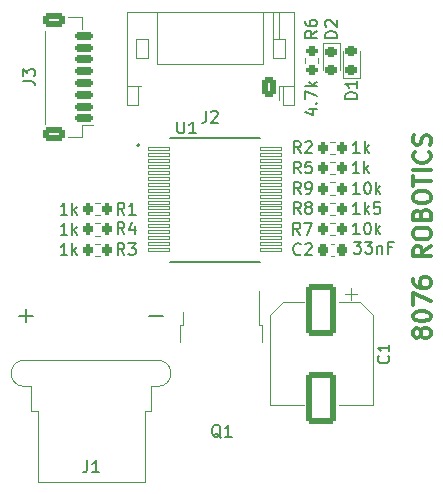
<source format=gto>
%TF.GenerationSoftware,KiCad,Pcbnew,(6.0.7-1)-1*%
%TF.CreationDate,2023-02-20T21:04:05+08:00*%
%TF.ProjectId,driver,64726976-6572-42e6-9b69-6361645f7063,1.1*%
%TF.SameCoordinates,Original*%
%TF.FileFunction,Legend,Top*%
%TF.FilePolarity,Positive*%
%FSLAX46Y46*%
G04 Gerber Fmt 4.6, Leading zero omitted, Abs format (unit mm)*
G04 Created by KiCad (PCBNEW (6.0.7-1)-1) date 2023-02-20 21:04:05*
%MOMM*%
%LPD*%
G01*
G04 APERTURE LIST*
G04 Aperture macros list*
%AMRoundRect*
0 Rectangle with rounded corners*
0 $1 Rounding radius*
0 $2 $3 $4 $5 $6 $7 $8 $9 X,Y pos of 4 corners*
0 Add a 4 corners polygon primitive as box body*
4,1,4,$2,$3,$4,$5,$6,$7,$8,$9,$2,$3,0*
0 Add four circle primitives for the rounded corners*
1,1,$1+$1,$2,$3*
1,1,$1+$1,$4,$5*
1,1,$1+$1,$6,$7*
1,1,$1+$1,$8,$9*
0 Add four rect primitives between the rounded corners*
20,1,$1+$1,$2,$3,$4,$5,0*
20,1,$1+$1,$4,$5,$6,$7,0*
20,1,$1+$1,$6,$7,$8,$9,0*
20,1,$1+$1,$8,$9,$2,$3,0*%
G04 Aperture macros list end*
%ADD10C,0.300000*%
%ADD11C,0.150000*%
%ADD12C,0.120000*%
%ADD13C,0.127000*%
%ADD14C,0.200000*%
%ADD15RoundRect,0.200000X0.200000X0.275000X-0.200000X0.275000X-0.200000X-0.275000X0.200000X-0.275000X0*%
%ADD16RoundRect,0.250000X0.350000X0.625000X-0.350000X0.625000X-0.350000X-0.625000X0.350000X-0.625000X0*%
%ADD17O,1.200000X1.750000*%
%ADD18RoundRect,0.218750X-0.256250X0.218750X-0.256250X-0.218750X0.256250X-0.218750X0.256250X0.218750X0*%
%ADD19RoundRect,0.014000X-0.881000X-0.161000X0.881000X-0.161000X0.881000X0.161000X-0.881000X0.161000X0*%
%ADD20R,2.100000X3.250000*%
%ADD21R,0.808000X0.808000*%
%ADD22R,4.950000X3.250000*%
%ADD23RoundRect,0.200000X-0.200000X-0.275000X0.200000X-0.275000X0.200000X0.275000X-0.200000X0.275000X0*%
%ADD24C,1.400000*%
%ADD25R,3.500000X3.500000*%
%ADD26C,3.500000*%
%ADD27RoundRect,0.218750X0.256250X-0.218750X0.256250X0.218750X-0.256250X0.218750X-0.256250X-0.218750X0*%
%ADD28RoundRect,0.200000X-0.275000X0.200000X-0.275000X-0.200000X0.275000X-0.200000X0.275000X0.200000X0*%
%ADD29RoundRect,0.225000X0.225000X0.250000X-0.225000X0.250000X-0.225000X-0.250000X0.225000X-0.250000X0*%
%ADD30RoundRect,0.150000X0.625000X-0.150000X0.625000X0.150000X-0.625000X0.150000X-0.625000X-0.150000X0*%
%ADD31RoundRect,0.250000X0.650000X-0.350000X0.650000X0.350000X-0.650000X0.350000X-0.650000X-0.350000X0*%
%ADD32RoundRect,0.250000X-1.000000X1.950000X-1.000000X-1.950000X1.000000X-1.950000X1.000000X1.950000X0*%
%ADD33R,1.200000X2.200000*%
%ADD34R,5.800000X6.400000*%
G04 APERTURE END LIST*
D10*
X127821428Y-116821428D02*
X127750000Y-116964285D01*
X127678571Y-117035714D01*
X127535714Y-117107142D01*
X127464285Y-117107142D01*
X127321428Y-117035714D01*
X127250000Y-116964285D01*
X127178571Y-116821428D01*
X127178571Y-116535714D01*
X127250000Y-116392857D01*
X127321428Y-116321428D01*
X127464285Y-116249999D01*
X127535714Y-116249999D01*
X127678571Y-116321428D01*
X127750000Y-116392857D01*
X127821428Y-116535714D01*
X127821428Y-116821428D01*
X127892857Y-116964285D01*
X127964285Y-117035714D01*
X128107142Y-117107142D01*
X128392857Y-117107142D01*
X128535714Y-117035714D01*
X128607142Y-116964285D01*
X128678571Y-116821428D01*
X128678571Y-116535714D01*
X128607142Y-116392857D01*
X128535714Y-116321428D01*
X128392857Y-116249999D01*
X128107142Y-116249999D01*
X127964285Y-116321428D01*
X127892857Y-116392857D01*
X127821428Y-116535714D01*
X127178571Y-115321428D02*
X127178571Y-115178571D01*
X127250000Y-115035714D01*
X127321428Y-114964285D01*
X127464285Y-114892857D01*
X127750000Y-114821428D01*
X128107142Y-114821428D01*
X128392857Y-114892857D01*
X128535714Y-114964285D01*
X128607142Y-115035714D01*
X128678571Y-115178571D01*
X128678571Y-115321428D01*
X128607142Y-115464285D01*
X128535714Y-115535714D01*
X128392857Y-115607142D01*
X128107142Y-115678571D01*
X127750000Y-115678571D01*
X127464285Y-115607142D01*
X127321428Y-115535714D01*
X127250000Y-115464285D01*
X127178571Y-115321428D01*
X127178571Y-114321428D02*
X127178571Y-113321428D01*
X128678571Y-113964285D01*
X127178571Y-112107142D02*
X127178571Y-112392857D01*
X127250000Y-112535714D01*
X127321428Y-112607142D01*
X127535714Y-112749999D01*
X127821428Y-112821428D01*
X128392857Y-112821428D01*
X128535714Y-112749999D01*
X128607142Y-112678571D01*
X128678571Y-112535714D01*
X128678571Y-112249999D01*
X128607142Y-112107142D01*
X128535714Y-112035714D01*
X128392857Y-111964285D01*
X128035714Y-111964285D01*
X127892857Y-112035714D01*
X127821428Y-112107142D01*
X127750000Y-112249999D01*
X127750000Y-112535714D01*
X127821428Y-112678571D01*
X127892857Y-112749999D01*
X128035714Y-112821428D01*
X128678571Y-109321428D02*
X127964285Y-109821428D01*
X128678571Y-110178571D02*
X127178571Y-110178571D01*
X127178571Y-109607142D01*
X127250000Y-109464285D01*
X127321428Y-109392857D01*
X127464285Y-109321428D01*
X127678571Y-109321428D01*
X127821428Y-109392857D01*
X127892857Y-109464285D01*
X127964285Y-109607142D01*
X127964285Y-110178571D01*
X127178571Y-108392857D02*
X127178571Y-108107142D01*
X127250000Y-107964285D01*
X127392857Y-107821428D01*
X127678571Y-107750000D01*
X128178571Y-107750000D01*
X128464285Y-107821428D01*
X128607142Y-107964285D01*
X128678571Y-108107142D01*
X128678571Y-108392857D01*
X128607142Y-108535714D01*
X128464285Y-108678571D01*
X128178571Y-108750000D01*
X127678571Y-108750000D01*
X127392857Y-108678571D01*
X127250000Y-108535714D01*
X127178571Y-108392857D01*
X127892857Y-106607142D02*
X127964285Y-106392857D01*
X128035714Y-106321428D01*
X128178571Y-106250000D01*
X128392857Y-106250000D01*
X128535714Y-106321428D01*
X128607142Y-106392857D01*
X128678571Y-106535714D01*
X128678571Y-107107142D01*
X127178571Y-107107142D01*
X127178571Y-106607142D01*
X127250000Y-106464285D01*
X127321428Y-106392857D01*
X127464285Y-106321428D01*
X127607142Y-106321428D01*
X127750000Y-106392857D01*
X127821428Y-106464285D01*
X127892857Y-106607142D01*
X127892857Y-107107142D01*
X127178571Y-105321428D02*
X127178571Y-105035714D01*
X127250000Y-104892857D01*
X127392857Y-104750000D01*
X127678571Y-104678571D01*
X128178571Y-104678571D01*
X128464285Y-104750000D01*
X128607142Y-104892857D01*
X128678571Y-105035714D01*
X128678571Y-105321428D01*
X128607142Y-105464285D01*
X128464285Y-105607142D01*
X128178571Y-105678571D01*
X127678571Y-105678571D01*
X127392857Y-105607142D01*
X127250000Y-105464285D01*
X127178571Y-105321428D01*
X127178571Y-104250000D02*
X127178571Y-103392857D01*
X128678571Y-103821428D02*
X127178571Y-103821428D01*
X128678571Y-102892857D02*
X127178571Y-102892857D01*
X128535714Y-101321428D02*
X128607142Y-101392857D01*
X128678571Y-101607142D01*
X128678571Y-101750000D01*
X128607142Y-101964285D01*
X128464285Y-102107142D01*
X128321428Y-102178571D01*
X128035714Y-102250000D01*
X127821428Y-102250000D01*
X127535714Y-102178571D01*
X127392857Y-102107142D01*
X127250000Y-101964285D01*
X127178571Y-101750000D01*
X127178571Y-101607142D01*
X127250000Y-101392857D01*
X127321428Y-101321428D01*
X128607142Y-100750000D02*
X128678571Y-100535714D01*
X128678571Y-100178571D01*
X128607142Y-100035714D01*
X128535714Y-99964285D01*
X128392857Y-99892857D01*
X128250000Y-99892857D01*
X128107142Y-99964285D01*
X128035714Y-100035714D01*
X127964285Y-100178571D01*
X127892857Y-100464285D01*
X127821428Y-100607142D01*
X127750000Y-100678571D01*
X127607142Y-100750000D01*
X127464285Y-100750000D01*
X127321428Y-100678571D01*
X127250000Y-100607142D01*
X127178571Y-100464285D01*
X127178571Y-100107142D01*
X127250000Y-99892857D01*
D11*
X117664033Y-106591330D02*
X117330700Y-106115140D01*
X117092604Y-106591330D02*
X117092604Y-105591330D01*
X117473557Y-105591330D01*
X117568795Y-105638950D01*
X117616414Y-105686569D01*
X117664033Y-105781807D01*
X117664033Y-105924664D01*
X117616414Y-106019902D01*
X117568795Y-106067521D01*
X117473557Y-106115140D01*
X117092604Y-106115140D01*
X118235461Y-106019902D02*
X118140223Y-105972283D01*
X118092604Y-105924664D01*
X118044985Y-105829426D01*
X118044985Y-105781807D01*
X118092604Y-105686569D01*
X118140223Y-105638950D01*
X118235461Y-105591330D01*
X118425938Y-105591330D01*
X118521176Y-105638950D01*
X118568795Y-105686569D01*
X118616414Y-105781807D01*
X118616414Y-105829426D01*
X118568795Y-105924664D01*
X118521176Y-105972283D01*
X118425938Y-106019902D01*
X118235461Y-106019902D01*
X118140223Y-106067521D01*
X118092604Y-106115140D01*
X118044985Y-106210378D01*
X118044985Y-106400854D01*
X118092604Y-106496092D01*
X118140223Y-106543711D01*
X118235461Y-106591330D01*
X118425938Y-106591330D01*
X118521176Y-106543711D01*
X118568795Y-106496092D01*
X118616414Y-106400854D01*
X118616414Y-106210378D01*
X118568795Y-106115140D01*
X118521176Y-106067521D01*
X118425938Y-106019902D01*
X122645661Y-106591330D02*
X122074233Y-106591330D01*
X122359947Y-106591330D02*
X122359947Y-105591330D01*
X122264709Y-105734188D01*
X122169471Y-105829426D01*
X122074233Y-105877045D01*
X123074233Y-106591330D02*
X123074233Y-105591330D01*
X123169471Y-106210378D02*
X123455185Y-106591330D01*
X123455185Y-105924664D02*
X123074233Y-106305616D01*
X124359947Y-105591330D02*
X123883757Y-105591330D01*
X123836138Y-106067521D01*
X123883757Y-106019902D01*
X123978995Y-105972283D01*
X124217090Y-105972283D01*
X124312328Y-106019902D01*
X124359947Y-106067521D01*
X124407566Y-106162759D01*
X124407566Y-106400854D01*
X124359947Y-106496092D01*
X124312328Y-106543711D01*
X124217090Y-106591330D01*
X123978995Y-106591330D01*
X123883757Y-106543711D01*
X123836138Y-106496092D01*
X109666666Y-97866130D02*
X109666666Y-98580416D01*
X109619047Y-98723273D01*
X109523809Y-98818511D01*
X109380952Y-98866130D01*
X109285714Y-98866130D01*
X110095238Y-97961369D02*
X110142857Y-97913750D01*
X110238095Y-97866130D01*
X110476190Y-97866130D01*
X110571428Y-97913750D01*
X110619047Y-97961369D01*
X110666666Y-98056607D01*
X110666666Y-98151845D01*
X110619047Y-98294702D01*
X110047619Y-98866130D01*
X110666666Y-98866130D01*
X120741680Y-91678245D02*
X119741680Y-91678245D01*
X119741680Y-91440150D01*
X119789300Y-91297292D01*
X119884538Y-91202054D01*
X119979776Y-91154435D01*
X120170252Y-91106816D01*
X120313109Y-91106816D01*
X120503585Y-91154435D01*
X120598823Y-91202054D01*
X120694061Y-91297292D01*
X120741680Y-91440150D01*
X120741680Y-91678245D01*
X119836919Y-90725864D02*
X119789300Y-90678245D01*
X119741680Y-90583007D01*
X119741680Y-90344911D01*
X119789300Y-90249673D01*
X119836919Y-90202054D01*
X119932157Y-90154435D01*
X120027395Y-90154435D01*
X120170252Y-90202054D01*
X120741680Y-90773483D01*
X120741680Y-90154435D01*
X102742833Y-108297530D02*
X102409500Y-107821340D01*
X102171404Y-108297530D02*
X102171404Y-107297530D01*
X102552357Y-107297530D01*
X102647595Y-107345150D01*
X102695214Y-107392769D01*
X102742833Y-107488007D01*
X102742833Y-107630864D01*
X102695214Y-107726102D01*
X102647595Y-107773721D01*
X102552357Y-107821340D01*
X102171404Y-107821340D01*
X103599976Y-107630864D02*
X103599976Y-108297530D01*
X103361880Y-107249911D02*
X103123785Y-107964197D01*
X103742833Y-107964197D01*
X97913652Y-108348330D02*
X97342223Y-108348330D01*
X97627938Y-108348330D02*
X97627938Y-107348330D01*
X97532700Y-107491188D01*
X97437461Y-107586426D01*
X97342223Y-107634045D01*
X98342223Y-108348330D02*
X98342223Y-107348330D01*
X98437461Y-107967378D02*
X98723176Y-108348330D01*
X98723176Y-107681664D02*
X98342223Y-108062616D01*
X107233095Y-98768530D02*
X107233095Y-99578054D01*
X107280714Y-99673292D01*
X107328333Y-99720911D01*
X107423571Y-99768530D01*
X107614047Y-99768530D01*
X107709285Y-99720911D01*
X107756904Y-99673292D01*
X107804523Y-99578054D01*
X107804523Y-98768530D01*
X108804523Y-99768530D02*
X108233095Y-99768530D01*
X108518809Y-99768530D02*
X108518809Y-98768530D01*
X108423571Y-98911388D01*
X108328333Y-99006626D01*
X108233095Y-99054245D01*
X102742833Y-106646530D02*
X102409500Y-106170340D01*
X102171404Y-106646530D02*
X102171404Y-105646530D01*
X102552357Y-105646530D01*
X102647595Y-105694150D01*
X102695214Y-105741769D01*
X102742833Y-105837007D01*
X102742833Y-105979864D01*
X102695214Y-106075102D01*
X102647595Y-106122721D01*
X102552357Y-106170340D01*
X102171404Y-106170340D01*
X103695214Y-106646530D02*
X103123785Y-106646530D01*
X103409500Y-106646530D02*
X103409500Y-105646530D01*
X103314261Y-105789388D01*
X103219023Y-105884626D01*
X103123785Y-105932245D01*
X97913652Y-106646530D02*
X97342223Y-106646530D01*
X97627938Y-106646530D02*
X97627938Y-105646530D01*
X97532700Y-105789388D01*
X97437461Y-105884626D01*
X97342223Y-105932245D01*
X98342223Y-106646530D02*
X98342223Y-105646530D01*
X98437461Y-106265578D02*
X98723176Y-106646530D01*
X98723176Y-105979864D02*
X98342223Y-106360816D01*
X99602366Y-127452380D02*
X99602366Y-128166666D01*
X99554747Y-128309523D01*
X99459509Y-128404761D01*
X99316652Y-128452380D01*
X99221414Y-128452380D01*
X100602366Y-128452380D02*
X100030938Y-128452380D01*
X100316652Y-128452380D02*
X100316652Y-127452380D01*
X100221414Y-127595238D01*
X100126176Y-127690476D01*
X100030938Y-127738095D01*
X93849271Y-115190892D02*
X94992128Y-115190892D01*
X94420700Y-115762321D02*
X94420700Y-114619464D01*
X104849271Y-115190892D02*
X105992128Y-115190892D01*
X102742833Y-110050130D02*
X102409500Y-109573940D01*
X102171404Y-110050130D02*
X102171404Y-109050130D01*
X102552357Y-109050130D01*
X102647595Y-109097750D01*
X102695214Y-109145369D01*
X102742833Y-109240607D01*
X102742833Y-109383464D01*
X102695214Y-109478702D01*
X102647595Y-109526321D01*
X102552357Y-109573940D01*
X102171404Y-109573940D01*
X103076166Y-109050130D02*
X103695214Y-109050130D01*
X103361880Y-109431083D01*
X103504738Y-109431083D01*
X103599976Y-109478702D01*
X103647595Y-109526321D01*
X103695214Y-109621559D01*
X103695214Y-109859654D01*
X103647595Y-109954892D01*
X103599976Y-110002511D01*
X103504738Y-110050130D01*
X103219023Y-110050130D01*
X103123785Y-110002511D01*
X103076166Y-109954892D01*
X97913652Y-110075530D02*
X97342223Y-110075530D01*
X97627938Y-110075530D02*
X97627938Y-109075530D01*
X97532700Y-109218388D01*
X97437461Y-109313626D01*
X97342223Y-109361245D01*
X98342223Y-110075530D02*
X98342223Y-109075530D01*
X98437461Y-109694578D02*
X98723176Y-110075530D01*
X98723176Y-109408864D02*
X98342223Y-109789816D01*
X122443480Y-96845245D02*
X121443480Y-96845245D01*
X121443480Y-96607150D01*
X121491100Y-96464292D01*
X121586338Y-96369054D01*
X121681576Y-96321435D01*
X121872052Y-96273816D01*
X122014909Y-96273816D01*
X122205385Y-96321435D01*
X122300623Y-96369054D01*
X122395861Y-96464292D01*
X122443480Y-96607150D01*
X122443480Y-96845245D01*
X122443480Y-95321435D02*
X122443480Y-95892864D01*
X122443480Y-95607150D02*
X121443480Y-95607150D01*
X121586338Y-95702388D01*
X121681576Y-95797626D01*
X121729195Y-95892864D01*
X117664033Y-101435130D02*
X117330700Y-100958940D01*
X117092604Y-101435130D02*
X117092604Y-100435130D01*
X117473557Y-100435130D01*
X117568795Y-100482750D01*
X117616414Y-100530369D01*
X117664033Y-100625607D01*
X117664033Y-100768464D01*
X117616414Y-100863702D01*
X117568795Y-100911321D01*
X117473557Y-100958940D01*
X117092604Y-100958940D01*
X118044985Y-100530369D02*
X118092604Y-100482750D01*
X118187842Y-100435130D01*
X118425938Y-100435130D01*
X118521176Y-100482750D01*
X118568795Y-100530369D01*
X118616414Y-100625607D01*
X118616414Y-100720845D01*
X118568795Y-100863702D01*
X117997366Y-101435130D01*
X118616414Y-101435130D01*
X122664652Y-101435130D02*
X122093223Y-101435130D01*
X122378938Y-101435130D02*
X122378938Y-100435130D01*
X122283700Y-100577988D01*
X122188461Y-100673226D01*
X122093223Y-100720845D01*
X123093223Y-101435130D02*
X123093223Y-100435130D01*
X123188461Y-101054178D02*
X123474176Y-101435130D01*
X123474176Y-100768464D02*
X123093223Y-101149416D01*
X117664033Y-104891930D02*
X117330700Y-104415740D01*
X117092604Y-104891930D02*
X117092604Y-103891930D01*
X117473557Y-103891930D01*
X117568795Y-103939550D01*
X117616414Y-103987169D01*
X117664033Y-104082407D01*
X117664033Y-104225264D01*
X117616414Y-104320502D01*
X117568795Y-104368121D01*
X117473557Y-104415740D01*
X117092604Y-104415740D01*
X118140223Y-104891930D02*
X118330700Y-104891930D01*
X118425938Y-104844311D01*
X118473557Y-104796692D01*
X118568795Y-104653835D01*
X118616414Y-104463359D01*
X118616414Y-104082407D01*
X118568795Y-103987169D01*
X118521176Y-103939550D01*
X118425938Y-103891930D01*
X118235461Y-103891930D01*
X118140223Y-103939550D01*
X118092604Y-103987169D01*
X118044985Y-104082407D01*
X118044985Y-104320502D01*
X118092604Y-104415740D01*
X118140223Y-104463359D01*
X118235461Y-104510978D01*
X118425938Y-104510978D01*
X118521176Y-104463359D01*
X118568795Y-104415740D01*
X118616414Y-104320502D01*
X122645661Y-104891930D02*
X122074233Y-104891930D01*
X122359947Y-104891930D02*
X122359947Y-103891930D01*
X122264709Y-104034788D01*
X122169471Y-104130026D01*
X122074233Y-104177645D01*
X123264709Y-103891930D02*
X123359947Y-103891930D01*
X123455185Y-103939550D01*
X123502804Y-103987169D01*
X123550423Y-104082407D01*
X123598042Y-104272883D01*
X123598042Y-104510978D01*
X123550423Y-104701454D01*
X123502804Y-104796692D01*
X123455185Y-104844311D01*
X123359947Y-104891930D01*
X123264709Y-104891930D01*
X123169471Y-104844311D01*
X123121852Y-104796692D01*
X123074233Y-104701454D01*
X123026614Y-104510978D01*
X123026614Y-104272883D01*
X123074233Y-104082407D01*
X123121852Y-103987169D01*
X123169471Y-103939550D01*
X123264709Y-103891930D01*
X124026614Y-104891930D02*
X124026614Y-103891930D01*
X124121852Y-104510978D02*
X124407566Y-104891930D01*
X124407566Y-104225264D02*
X124026614Y-104606216D01*
X117664033Y-103164730D02*
X117330700Y-102688540D01*
X117092604Y-103164730D02*
X117092604Y-102164730D01*
X117473557Y-102164730D01*
X117568795Y-102212350D01*
X117616414Y-102259969D01*
X117664033Y-102355207D01*
X117664033Y-102498064D01*
X117616414Y-102593302D01*
X117568795Y-102640921D01*
X117473557Y-102688540D01*
X117092604Y-102688540D01*
X118568795Y-102164730D02*
X118092604Y-102164730D01*
X118044985Y-102640921D01*
X118092604Y-102593302D01*
X118187842Y-102545683D01*
X118425938Y-102545683D01*
X118521176Y-102593302D01*
X118568795Y-102640921D01*
X118616414Y-102736159D01*
X118616414Y-102974254D01*
X118568795Y-103069492D01*
X118521176Y-103117111D01*
X118425938Y-103164730D01*
X118187842Y-103164730D01*
X118092604Y-103117111D01*
X118044985Y-103069492D01*
X122639252Y-103139330D02*
X122067823Y-103139330D01*
X122353538Y-103139330D02*
X122353538Y-102139330D01*
X122258300Y-102282188D01*
X122163061Y-102377426D01*
X122067823Y-102425045D01*
X123067823Y-103139330D02*
X123067823Y-102139330D01*
X123163061Y-102758378D02*
X123448776Y-103139330D01*
X123448776Y-102472664D02*
X123067823Y-102853616D01*
X119039880Y-91086816D02*
X118563690Y-91420150D01*
X119039880Y-91658245D02*
X118039880Y-91658245D01*
X118039880Y-91277292D01*
X118087500Y-91182054D01*
X118135119Y-91134435D01*
X118230357Y-91086816D01*
X118373214Y-91086816D01*
X118468452Y-91134435D01*
X118516071Y-91182054D01*
X118563690Y-91277292D01*
X118563690Y-91658245D01*
X118039880Y-90229673D02*
X118039880Y-90420150D01*
X118087500Y-90515388D01*
X118135119Y-90563007D01*
X118277976Y-90658245D01*
X118468452Y-90705864D01*
X118849404Y-90705864D01*
X118944642Y-90658245D01*
X118992261Y-90610626D01*
X119039880Y-90515388D01*
X119039880Y-90324911D01*
X118992261Y-90229673D01*
X118944642Y-90182054D01*
X118849404Y-90134435D01*
X118611309Y-90134435D01*
X118516071Y-90182054D01*
X118468452Y-90229673D01*
X118420833Y-90324911D01*
X118420833Y-90515388D01*
X118468452Y-90610626D01*
X118516071Y-90658245D01*
X118611309Y-90705864D01*
X118373214Y-97741521D02*
X119039880Y-97741521D01*
X117992261Y-97979616D02*
X118706547Y-98217711D01*
X118706547Y-97598664D01*
X118944642Y-97217711D02*
X118992261Y-97170092D01*
X119039880Y-97217711D01*
X118992261Y-97265330D01*
X118944642Y-97217711D01*
X119039880Y-97217711D01*
X118039880Y-96836759D02*
X118039880Y-96170092D01*
X119039880Y-96598664D01*
X119039880Y-95789140D02*
X118039880Y-95789140D01*
X118658928Y-95693902D02*
X119039880Y-95408188D01*
X118373214Y-95408188D02*
X118754166Y-95789140D01*
X117664033Y-109980292D02*
X117616414Y-110027911D01*
X117473557Y-110075530D01*
X117378319Y-110075530D01*
X117235461Y-110027911D01*
X117140223Y-109932673D01*
X117092604Y-109837435D01*
X117044985Y-109646959D01*
X117044985Y-109504102D01*
X117092604Y-109313626D01*
X117140223Y-109218388D01*
X117235461Y-109123150D01*
X117378319Y-109075530D01*
X117473557Y-109075530D01*
X117616414Y-109123150D01*
X117664033Y-109170769D01*
X118044985Y-109170769D02*
X118092604Y-109123150D01*
X118187842Y-109075530D01*
X118425938Y-109075530D01*
X118521176Y-109123150D01*
X118568795Y-109170769D01*
X118616414Y-109266007D01*
X118616414Y-109361245D01*
X118568795Y-109504102D01*
X117997366Y-110075530D01*
X118616414Y-110075530D01*
X122154414Y-108946530D02*
X122773462Y-108946530D01*
X122440129Y-109327483D01*
X122582986Y-109327483D01*
X122678224Y-109375102D01*
X122725843Y-109422721D01*
X122773462Y-109517959D01*
X122773462Y-109756054D01*
X122725843Y-109851292D01*
X122678224Y-109898911D01*
X122582986Y-109946530D01*
X122297271Y-109946530D01*
X122202033Y-109898911D01*
X122154414Y-109851292D01*
X123106795Y-108946530D02*
X123725843Y-108946530D01*
X123392510Y-109327483D01*
X123535367Y-109327483D01*
X123630605Y-109375102D01*
X123678224Y-109422721D01*
X123725843Y-109517959D01*
X123725843Y-109756054D01*
X123678224Y-109851292D01*
X123630605Y-109898911D01*
X123535367Y-109946530D01*
X123249652Y-109946530D01*
X123154414Y-109898911D01*
X123106795Y-109851292D01*
X124154414Y-109279864D02*
X124154414Y-109946530D01*
X124154414Y-109375102D02*
X124202033Y-109327483D01*
X124297271Y-109279864D01*
X124440129Y-109279864D01*
X124535367Y-109327483D01*
X124582986Y-109422721D01*
X124582986Y-109946530D01*
X125392510Y-109422721D02*
X125059176Y-109422721D01*
X125059176Y-109946530D02*
X125059176Y-108946530D01*
X125535367Y-108946530D01*
X94152380Y-95333333D02*
X94866666Y-95333333D01*
X95009523Y-95380952D01*
X95104761Y-95476190D01*
X95152380Y-95619047D01*
X95152380Y-95714285D01*
X94152380Y-94952380D02*
X94152380Y-94333333D01*
X94533333Y-94666666D01*
X94533333Y-94523809D01*
X94580952Y-94428571D01*
X94628571Y-94380952D01*
X94723809Y-94333333D01*
X94961904Y-94333333D01*
X95057142Y-94380952D01*
X95104761Y-94428571D01*
X95152380Y-94523809D01*
X95152380Y-94809523D01*
X95104761Y-94904761D01*
X95057142Y-94952380D01*
X125082142Y-118600416D02*
X125129761Y-118648035D01*
X125177380Y-118790892D01*
X125177380Y-118886130D01*
X125129761Y-119028988D01*
X125034523Y-119124226D01*
X124939285Y-119171845D01*
X124748809Y-119219464D01*
X124605952Y-119219464D01*
X124415476Y-119171845D01*
X124320238Y-119124226D01*
X124225000Y-119028988D01*
X124177380Y-118886130D01*
X124177380Y-118790892D01*
X124225000Y-118648035D01*
X124272619Y-118600416D01*
X125177380Y-117648035D02*
X125177380Y-118219464D01*
X125177380Y-117933750D02*
X124177380Y-117933750D01*
X124320238Y-118028988D01*
X124415476Y-118124226D01*
X124463095Y-118219464D01*
X117613233Y-108343930D02*
X117279900Y-107867740D01*
X117041804Y-108343930D02*
X117041804Y-107343930D01*
X117422757Y-107343930D01*
X117517995Y-107391550D01*
X117565614Y-107439169D01*
X117613233Y-107534407D01*
X117613233Y-107677264D01*
X117565614Y-107772502D01*
X117517995Y-107820121D01*
X117422757Y-107867740D01*
X117041804Y-107867740D01*
X117946566Y-107343930D02*
X118613233Y-107343930D01*
X118184661Y-108343930D01*
X122645661Y-108318530D02*
X122074233Y-108318530D01*
X122359947Y-108318530D02*
X122359947Y-107318530D01*
X122264709Y-107461388D01*
X122169471Y-107556626D01*
X122074233Y-107604245D01*
X123264709Y-107318530D02*
X123359947Y-107318530D01*
X123455185Y-107366150D01*
X123502804Y-107413769D01*
X123550423Y-107509007D01*
X123598042Y-107699483D01*
X123598042Y-107937578D01*
X123550423Y-108128054D01*
X123502804Y-108223292D01*
X123455185Y-108270911D01*
X123359947Y-108318530D01*
X123264709Y-108318530D01*
X123169471Y-108270911D01*
X123121852Y-108223292D01*
X123074233Y-108128054D01*
X123026614Y-107937578D01*
X123026614Y-107699483D01*
X123074233Y-107509007D01*
X123121852Y-107413769D01*
X123169471Y-107366150D01*
X123264709Y-107318530D01*
X124026614Y-108318530D02*
X124026614Y-107318530D01*
X124121852Y-107937578D02*
X124407566Y-108318530D01*
X124407566Y-107651864D02*
X124026614Y-108032816D01*
X110904761Y-125547619D02*
X110809523Y-125500000D01*
X110714285Y-125404761D01*
X110571428Y-125261904D01*
X110476190Y-125214285D01*
X110380952Y-125214285D01*
X110428571Y-125452380D02*
X110333333Y-125404761D01*
X110238095Y-125309523D01*
X110190476Y-125119047D01*
X110190476Y-124785714D01*
X110238095Y-124595238D01*
X110333333Y-124500000D01*
X110428571Y-124452380D01*
X110619047Y-124452380D01*
X110714285Y-124500000D01*
X110809523Y-124595238D01*
X110857142Y-124785714D01*
X110857142Y-125119047D01*
X110809523Y-125309523D01*
X110714285Y-125404761D01*
X110619047Y-125452380D01*
X110428571Y-125452380D01*
X111809523Y-125452380D02*
X111238095Y-125452380D01*
X111523809Y-125452380D02*
X111523809Y-124452380D01*
X111428571Y-124595238D01*
X111333333Y-124690476D01*
X111238095Y-124738095D01*
D12*
X120607958Y-105641850D02*
X120133442Y-105641850D01*
X120607958Y-106686850D02*
X120133442Y-106686850D01*
X116300000Y-91763750D02*
X115300000Y-91763750D01*
X116140000Y-97323750D02*
X117060000Y-97323750D01*
X115300000Y-91763750D02*
X115300000Y-93363750D01*
X117060000Y-89503750D02*
X102940000Y-89503750D01*
X103700000Y-91763750D02*
X104700000Y-91763750D01*
X104700000Y-91763750D02*
X104700000Y-93363750D01*
X116300000Y-93363750D02*
X116300000Y-91763750D01*
X115860000Y-95723750D02*
X116140000Y-95723750D01*
X105500000Y-93863750D02*
X105500000Y-89503750D01*
X103700000Y-93363750D02*
X103700000Y-91763750D01*
X115300000Y-93363750D02*
X116300000Y-93363750D01*
X117060000Y-95723750D02*
X116140000Y-95723750D01*
X115300000Y-91763750D02*
X115300000Y-89503750D01*
X117060000Y-97323750D02*
X117060000Y-89503750D01*
X115800000Y-91763750D02*
X115800000Y-89503750D01*
X102940000Y-97323750D02*
X103860000Y-97323750D01*
X114500000Y-89503750D02*
X114500000Y-93863750D01*
X103860000Y-97323750D02*
X103860000Y-95723750D01*
X104700000Y-93363750D02*
X103700000Y-93363750D01*
X102940000Y-89503750D02*
X102940000Y-97323750D01*
X115860000Y-95723750D02*
X115860000Y-96938750D01*
X116140000Y-95723750D02*
X116140000Y-97323750D01*
X102940000Y-95723750D02*
X103860000Y-95723750D01*
X103860000Y-95723750D02*
X104140000Y-95723750D01*
X114500000Y-93863750D02*
X105500000Y-93863750D01*
X120998900Y-94432550D02*
X120998900Y-92147550D01*
X120998900Y-92147550D02*
X119528900Y-92147550D01*
X119528900Y-92147550D02*
X119528900Y-94432550D01*
X100682958Y-108418450D02*
X100208442Y-108418450D01*
X100682958Y-107373450D02*
X100208442Y-107373450D01*
D13*
X106610000Y-110628150D02*
X114210000Y-110628150D01*
X106610000Y-100128150D02*
X114210000Y-100128150D01*
D14*
X104005000Y-100778150D02*
G75*
G03*
X104005000Y-100778150I-100000J0D01*
G01*
D12*
X100208442Y-106716650D02*
X100682958Y-106716650D01*
X100208442Y-105671650D02*
X100682958Y-105671650D01*
X104450700Y-129243750D02*
X95420700Y-129243750D01*
X104980700Y-123243750D02*
X104980700Y-121193750D01*
X94860700Y-121193750D02*
X94160700Y-121193750D01*
X104980700Y-123243750D02*
X104450700Y-123243750D01*
X95390700Y-123243750D02*
X94860700Y-123243750D01*
X105680700Y-118973750D02*
X94160700Y-118973750D01*
X94860700Y-123243750D02*
X94860700Y-121193750D01*
X95390700Y-129243750D02*
X95390700Y-123243750D01*
X105680700Y-121193750D02*
X104980700Y-121193750D01*
X104450700Y-129243750D02*
X104450700Y-123243750D01*
X105570700Y-121193750D02*
G75*
G03*
X105742429Y-118987115I-1J1110000D01*
G01*
X94270700Y-118973750D02*
G75*
G03*
X94270700Y-121193750I0J-1110000D01*
G01*
X100208442Y-109100650D02*
X100682958Y-109100650D01*
X100208442Y-110145650D02*
X100682958Y-110145650D01*
X121230700Y-95077550D02*
X122700700Y-95077550D01*
X121230700Y-92792550D02*
X121230700Y-95077550D01*
X122700700Y-95077550D02*
X122700700Y-92792550D01*
X120607958Y-100460250D02*
X120133442Y-100460250D01*
X120607958Y-101505250D02*
X120133442Y-101505250D01*
X120133442Y-103917050D02*
X120607958Y-103917050D01*
X120133442Y-104962050D02*
X120607958Y-104962050D01*
X120133442Y-102189850D02*
X120607958Y-102189850D01*
X120133442Y-103234850D02*
X120607958Y-103234850D01*
X118065000Y-93375292D02*
X118065000Y-93849808D01*
X119110000Y-93375292D02*
X119110000Y-93849808D01*
X120511280Y-110128750D02*
X120230120Y-110128750D01*
X120511280Y-109108750D02*
X120230120Y-109108750D01*
X99110000Y-100110000D02*
X99110000Y-99060000D01*
X95990000Y-98940000D02*
X95990000Y-91060000D01*
X97960000Y-100110000D02*
X99110000Y-100110000D01*
X99110000Y-89890000D02*
X99110000Y-90940000D01*
X97960000Y-89890000D02*
X99110000Y-89890000D01*
X99110000Y-99060000D02*
X100100000Y-99060000D01*
X115065000Y-115138187D02*
X115065000Y-122793750D01*
X116129437Y-114073750D02*
X117915000Y-114073750D01*
X121935000Y-112833750D02*
X121935000Y-113833750D01*
X116129437Y-114073750D02*
X115065000Y-115138187D01*
X123785000Y-122793750D02*
X120935000Y-122793750D01*
X122435000Y-113333750D02*
X121435000Y-113333750D01*
X115065000Y-122793750D02*
X117915000Y-122793750D01*
X122720563Y-114073750D02*
X123785000Y-115138187D01*
X123785000Y-115138187D02*
X123785000Y-122793750D01*
X122720563Y-114073750D02*
X120935000Y-114073750D01*
X120607958Y-108408850D02*
X120133442Y-108408850D01*
X120607958Y-107363850D02*
X120133442Y-107363850D01*
X114100700Y-115963750D02*
X114100700Y-113133750D01*
X107470700Y-117463750D02*
X107470700Y-115963750D01*
X114370700Y-115963750D02*
X114100700Y-115963750D01*
X107740700Y-115963750D02*
X107740700Y-114863750D01*
X114370700Y-117463750D02*
X114370700Y-115963750D01*
X107470700Y-115963750D02*
X107740700Y-115963750D01*
%LPC*%
D15*
X121195700Y-106164350D03*
X119545700Y-106164350D03*
D16*
X115000000Y-95863750D03*
D17*
X113000000Y-95863750D03*
X111000000Y-95863750D03*
X109000000Y-95863750D03*
X107000000Y-95863750D03*
X105000000Y-95863750D03*
D18*
X120263900Y-92845050D03*
X120263900Y-94420050D03*
D15*
X101270700Y-107895950D03*
X99620700Y-107895950D03*
D19*
X105695000Y-101128150D03*
X105695000Y-101628150D03*
X105695000Y-102128150D03*
X105695000Y-102628150D03*
X105695000Y-103128150D03*
X105695000Y-103628150D03*
X105695000Y-104128150D03*
X105695000Y-104628150D03*
X105695000Y-105128150D03*
X105695000Y-105628150D03*
X105695000Y-106128150D03*
X105695000Y-106628150D03*
X105695000Y-107128150D03*
X105695000Y-107628150D03*
X105695000Y-108128150D03*
X105695000Y-108628150D03*
X105695000Y-109128150D03*
X105695000Y-109628150D03*
X115125000Y-109628150D03*
X115125000Y-109128150D03*
X115125000Y-108628150D03*
X115125000Y-108128150D03*
X115125000Y-107628150D03*
X115125000Y-107128150D03*
X115125000Y-106628150D03*
X115125000Y-106128150D03*
X115125000Y-105628150D03*
X115125000Y-105128150D03*
X115125000Y-104628150D03*
X115125000Y-104128150D03*
X115125000Y-103628150D03*
X115125000Y-103128150D03*
X115125000Y-102628150D03*
X115125000Y-102128150D03*
X115125000Y-101628150D03*
X115125000Y-101128150D03*
D20*
X111860000Y-103353150D03*
D21*
X112385000Y-104436150D03*
X111335000Y-104436150D03*
X112385000Y-103353150D03*
X111335000Y-103353150D03*
X112385000Y-102270150D03*
X111335000Y-102270150D03*
D20*
X108960000Y-103353150D03*
D21*
X109485000Y-104436150D03*
X108435000Y-104436150D03*
X109485000Y-103353150D03*
X108435000Y-103353150D03*
X109485000Y-102270150D03*
X108435000Y-102270150D03*
D22*
X110410000Y-107403150D03*
D21*
X112266250Y-108486150D03*
X111028750Y-108486150D03*
X109791250Y-108486150D03*
X108553750Y-108486150D03*
X112266250Y-107403150D03*
X111028750Y-107403150D03*
X109791250Y-107403150D03*
X108553750Y-107403150D03*
X112266250Y-106320150D03*
X111028750Y-106320150D03*
X109791250Y-106320150D03*
X108553750Y-106320150D03*
D23*
X99620700Y-106194150D03*
X101270700Y-106194150D03*
D24*
X94420700Y-120083750D03*
X105420700Y-120083750D03*
D25*
X102420700Y-115083750D03*
D26*
X97420700Y-115083750D03*
D23*
X99620700Y-109623150D03*
X101270700Y-109623150D03*
D27*
X121965700Y-94380050D03*
X121965700Y-92805050D03*
D15*
X121195700Y-100982750D03*
X119545700Y-100982750D03*
D23*
X119545700Y-104439550D03*
X121195700Y-104439550D03*
X119545700Y-102712350D03*
X121195700Y-102712350D03*
D28*
X118587500Y-92787550D03*
X118587500Y-94437550D03*
D29*
X121145700Y-109618750D03*
X119595700Y-109618750D03*
D30*
X99325000Y-98500000D03*
X99325000Y-97500000D03*
X99325000Y-96500000D03*
X99325000Y-95500000D03*
X99325000Y-94500000D03*
X99325000Y-93500000D03*
X99325000Y-92500000D03*
X99325000Y-91500000D03*
D31*
X96800000Y-90200000D03*
X96800000Y-99800000D03*
D32*
X119425000Y-114733750D03*
X119425000Y-122133750D03*
D15*
X121195700Y-107886350D03*
X119545700Y-107886350D03*
D33*
X113200700Y-114233750D03*
D34*
X110920700Y-120533750D03*
D33*
X108640700Y-114233750D03*
M02*

</source>
